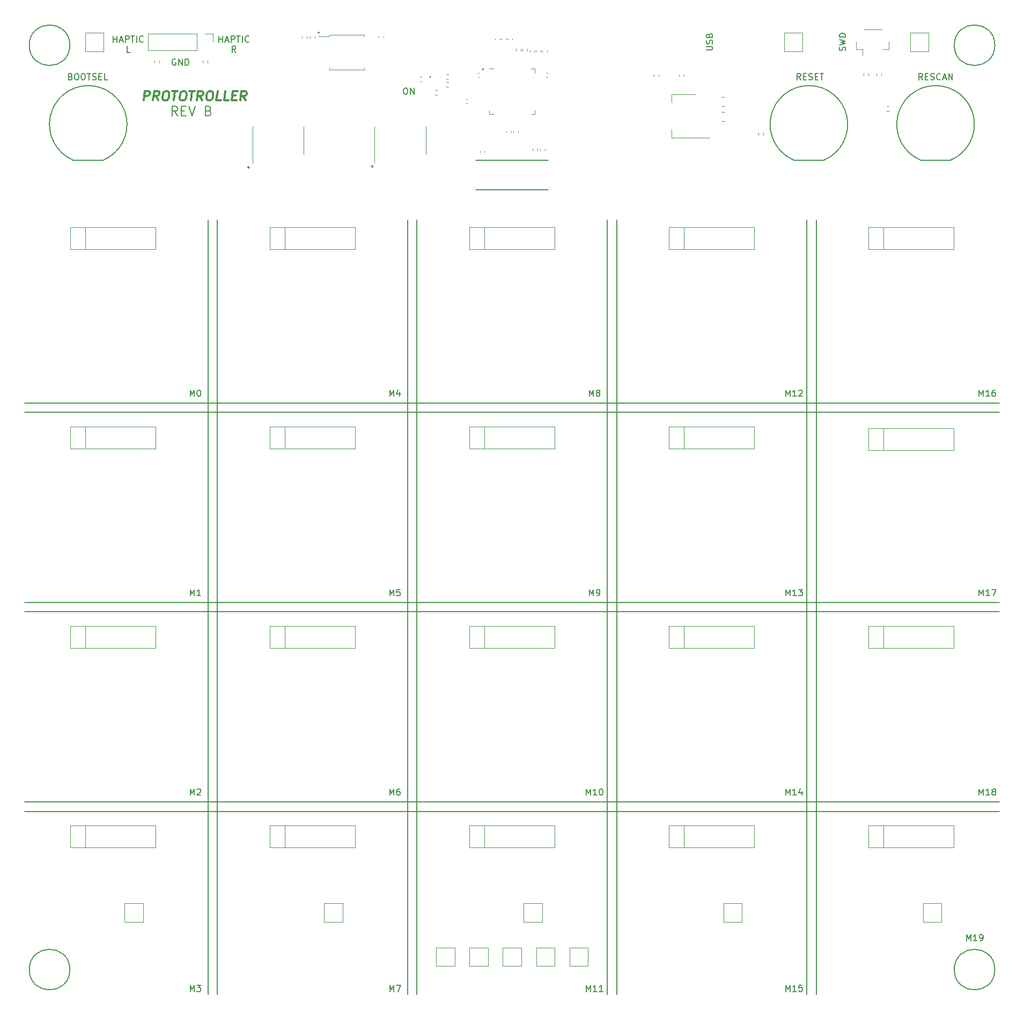
<source format=gbr>
%TF.GenerationSoftware,KiCad,Pcbnew,(6.0.10)*%
%TF.CreationDate,2023-03-03T22:29:42-05:00*%
%TF.ProjectId,master_board,6d617374-6572-45f6-926f-6172642e6b69,rev?*%
%TF.SameCoordinates,Original*%
%TF.FileFunction,Legend,Top*%
%TF.FilePolarity,Positive*%
%FSLAX46Y46*%
G04 Gerber Fmt 4.6, Leading zero omitted, Abs format (unit mm)*
G04 Created by KiCad (PCBNEW (6.0.10)) date 2023-03-03 22:29:42*
%MOMM*%
%LPD*%
G01*
G04 APERTURE LIST*
%ADD10C,0.150000*%
%ADD11C,0.200000*%
%ADD12C,0.300000*%
%ADD13C,0.050000*%
%ADD14C,0.120000*%
%ADD15C,0.127000*%
G04 APERTURE END LIST*
D10*
X80000000Y-50600000D02*
X80000000Y-172900000D01*
X141500000Y-50600000D02*
X141500000Y-172900000D01*
X171900000Y-81000000D02*
X18100000Y-81000000D01*
X171900000Y-111000000D02*
X18100000Y-111000000D01*
X143000000Y-50600000D02*
X143000000Y-172900000D01*
D11*
X25201562Y-23000000D02*
G75*
G03*
X25201562Y-23000000I-3201562J0D01*
G01*
D10*
X78500000Y-50600000D02*
X78500000Y-172900000D01*
D11*
X171200000Y-169000000D02*
G75*
G03*
X171200000Y-169000000I-3201562J0D01*
G01*
D10*
X171900000Y-79500000D02*
X18100000Y-79500000D01*
D11*
X25200000Y-169000000D02*
G75*
G03*
X25200000Y-169000000I-3201562J0D01*
G01*
D10*
X53558114Y-42300000D02*
G75*
G03*
X53558114Y-42300000I-158114J0D01*
G01*
X111500000Y-50600000D02*
X111500000Y-172900000D01*
X171900000Y-112500000D02*
X18100000Y-112500000D01*
D11*
X171200000Y-23000000D02*
G75*
G03*
X171200000Y-23000000I-3201562J0D01*
G01*
D10*
X73108114Y-42158113D02*
G75*
G03*
X73108114Y-42158113I-158114J0D01*
G01*
X171900000Y-142500000D02*
X18100000Y-142500000D01*
X47000000Y-50600000D02*
X47000000Y-172900000D01*
X90500000Y-26800000D02*
G75*
G03*
X90500000Y-26800000I-100000J0D01*
G01*
X171900000Y-144000000D02*
X18100000Y-144000000D01*
X64600000Y-21000000D02*
G75*
G03*
X64600000Y-21000000I-100000J0D01*
G01*
X48500000Y-50600000D02*
X48500000Y-172900000D01*
X110000000Y-50600000D02*
X110000000Y-172900000D01*
D12*
X36832276Y-31728571D02*
X37019776Y-30228571D01*
X37591205Y-30228571D01*
X37725133Y-30300000D01*
X37787633Y-30371428D01*
X37841205Y-30514285D01*
X37814419Y-30728571D01*
X37725133Y-30871428D01*
X37644776Y-30942857D01*
X37492991Y-31014285D01*
X36921562Y-31014285D01*
X39189419Y-31728571D02*
X38778705Y-31014285D01*
X38332276Y-31728571D02*
X38519776Y-30228571D01*
X39091205Y-30228571D01*
X39225133Y-30300000D01*
X39287633Y-30371428D01*
X39341205Y-30514285D01*
X39314419Y-30728571D01*
X39225133Y-30871428D01*
X39144776Y-30942857D01*
X38992991Y-31014285D01*
X38421562Y-31014285D01*
X40305491Y-30228571D02*
X40591205Y-30228571D01*
X40725133Y-30300000D01*
X40850133Y-30442857D01*
X40885848Y-30728571D01*
X40823348Y-31228571D01*
X40716205Y-31514285D01*
X40555491Y-31657142D01*
X40403705Y-31728571D01*
X40117991Y-31728571D01*
X39984062Y-31657142D01*
X39859062Y-31514285D01*
X39823348Y-31228571D01*
X39885848Y-30728571D01*
X39992991Y-30442857D01*
X40153705Y-30300000D01*
X40305491Y-30228571D01*
X41376919Y-30228571D02*
X42234062Y-30228571D01*
X41617991Y-31728571D02*
X41805491Y-30228571D01*
X43019776Y-30228571D02*
X43305491Y-30228571D01*
X43439419Y-30300000D01*
X43564419Y-30442857D01*
X43600133Y-30728571D01*
X43537633Y-31228571D01*
X43430491Y-31514285D01*
X43269776Y-31657142D01*
X43117991Y-31728571D01*
X42832276Y-31728571D01*
X42698348Y-31657142D01*
X42573348Y-31514285D01*
X42537633Y-31228571D01*
X42600133Y-30728571D01*
X42707276Y-30442857D01*
X42867991Y-30300000D01*
X43019776Y-30228571D01*
X44091205Y-30228571D02*
X44948348Y-30228571D01*
X44332276Y-31728571D02*
X44519776Y-30228571D01*
X46117991Y-31728571D02*
X45707276Y-31014285D01*
X45260848Y-31728571D02*
X45448348Y-30228571D01*
X46019776Y-30228571D01*
X46153705Y-30300000D01*
X46216205Y-30371428D01*
X46269776Y-30514285D01*
X46242991Y-30728571D01*
X46153705Y-30871428D01*
X46073348Y-30942857D01*
X45921562Y-31014285D01*
X45350133Y-31014285D01*
X47234062Y-30228571D02*
X47519776Y-30228571D01*
X47653705Y-30300000D01*
X47778705Y-30442857D01*
X47814419Y-30728571D01*
X47751919Y-31228571D01*
X47644776Y-31514285D01*
X47484062Y-31657142D01*
X47332276Y-31728571D01*
X47046562Y-31728571D01*
X46912633Y-31657142D01*
X46787633Y-31514285D01*
X46751919Y-31228571D01*
X46814419Y-30728571D01*
X46921562Y-30442857D01*
X47082276Y-30300000D01*
X47234062Y-30228571D01*
X49046562Y-31728571D02*
X48332276Y-31728571D01*
X48519776Y-30228571D01*
X50260848Y-31728571D02*
X49546562Y-31728571D01*
X49734062Y-30228571D01*
X50859062Y-30942857D02*
X51359062Y-30942857D01*
X51475133Y-31728571D02*
X50760848Y-31728571D01*
X50948348Y-30228571D01*
X51662633Y-30228571D01*
X52975133Y-31728571D02*
X52564419Y-31014285D01*
X52117991Y-31728571D02*
X52305491Y-30228571D01*
X52876919Y-30228571D01*
X53010848Y-30300000D01*
X53073348Y-30371428D01*
X53126919Y-30514285D01*
X53100133Y-30728571D01*
X53010848Y-30871428D01*
X52930491Y-30942857D01*
X52778705Y-31014285D01*
X52207276Y-31014285D01*
D11*
X32066666Y-22520816D02*
X32066666Y-21520816D01*
X32066666Y-21997007D02*
X32638095Y-21997007D01*
X32638095Y-22520816D02*
X32638095Y-21520816D01*
X33066666Y-22235102D02*
X33542857Y-22235102D01*
X32971428Y-22520816D02*
X33304761Y-21520816D01*
X33638095Y-22520816D01*
X33971428Y-22520816D02*
X33971428Y-21520816D01*
X34352380Y-21520816D01*
X34447619Y-21568436D01*
X34495238Y-21616055D01*
X34542857Y-21711293D01*
X34542857Y-21854150D01*
X34495238Y-21949388D01*
X34447619Y-21997007D01*
X34352380Y-22044626D01*
X33971428Y-22044626D01*
X34828571Y-21520816D02*
X35400000Y-21520816D01*
X35114285Y-22520816D02*
X35114285Y-21520816D01*
X35733333Y-22520816D02*
X35733333Y-21520816D01*
X36780952Y-22425578D02*
X36733333Y-22473197D01*
X36590476Y-22520816D01*
X36495238Y-22520816D01*
X36352380Y-22473197D01*
X36257142Y-22377959D01*
X36209523Y-22282721D01*
X36161904Y-22092245D01*
X36161904Y-21949388D01*
X36209523Y-21758912D01*
X36257142Y-21663674D01*
X36352380Y-21568436D01*
X36495238Y-21520816D01*
X36590476Y-21520816D01*
X36733333Y-21568436D01*
X36780952Y-21616055D01*
X34709523Y-24130816D02*
X34233333Y-24130816D01*
X34233333Y-23130816D01*
X48741666Y-22520816D02*
X48741666Y-21520816D01*
X48741666Y-21997007D02*
X49313095Y-21997007D01*
X49313095Y-22520816D02*
X49313095Y-21520816D01*
X49741666Y-22235102D02*
X50217857Y-22235102D01*
X49646428Y-22520816D02*
X49979761Y-21520816D01*
X50313095Y-22520816D01*
X50646428Y-22520816D02*
X50646428Y-21520816D01*
X51027380Y-21520816D01*
X51122619Y-21568436D01*
X51170238Y-21616055D01*
X51217857Y-21711293D01*
X51217857Y-21854150D01*
X51170238Y-21949388D01*
X51122619Y-21997007D01*
X51027380Y-22044626D01*
X50646428Y-22044626D01*
X51503571Y-21520816D02*
X52075000Y-21520816D01*
X51789285Y-22520816D02*
X51789285Y-21520816D01*
X52408333Y-22520816D02*
X52408333Y-21520816D01*
X53455952Y-22425578D02*
X53408333Y-22473197D01*
X53265476Y-22520816D01*
X53170238Y-22520816D01*
X53027380Y-22473197D01*
X52932142Y-22377959D01*
X52884523Y-22282721D01*
X52836904Y-22092245D01*
X52836904Y-21949388D01*
X52884523Y-21758912D01*
X52932142Y-21663674D01*
X53027380Y-21568436D01*
X53170238Y-21520816D01*
X53265476Y-21520816D01*
X53408333Y-21568436D01*
X53455952Y-21616055D01*
X51384523Y-24130816D02*
X51051190Y-23654626D01*
X50813095Y-24130816D02*
X50813095Y-23130816D01*
X51194047Y-23130816D01*
X51289285Y-23178436D01*
X51336904Y-23226055D01*
X51384523Y-23321293D01*
X51384523Y-23464150D01*
X51336904Y-23559388D01*
X51289285Y-23607007D01*
X51194047Y-23654626D01*
X50813095Y-23654626D01*
X159774854Y-28452380D02*
X159441521Y-27976190D01*
X159203425Y-28452380D02*
X159203425Y-27452380D01*
X159584378Y-27452380D01*
X159679616Y-27500000D01*
X159727235Y-27547619D01*
X159774854Y-27642857D01*
X159774854Y-27785714D01*
X159727235Y-27880952D01*
X159679616Y-27928571D01*
X159584378Y-27976190D01*
X159203425Y-27976190D01*
X160203425Y-27928571D02*
X160536759Y-27928571D01*
X160679616Y-28452380D02*
X160203425Y-28452380D01*
X160203425Y-27452380D01*
X160679616Y-27452380D01*
X161060568Y-28404761D02*
X161203425Y-28452380D01*
X161441521Y-28452380D01*
X161536759Y-28404761D01*
X161584378Y-28357142D01*
X161631997Y-28261904D01*
X161631997Y-28166666D01*
X161584378Y-28071428D01*
X161536759Y-28023809D01*
X161441521Y-27976190D01*
X161251044Y-27928571D01*
X161155806Y-27880952D01*
X161108187Y-27833333D01*
X161060568Y-27738095D01*
X161060568Y-27642857D01*
X161108187Y-27547619D01*
X161155806Y-27500000D01*
X161251044Y-27452380D01*
X161489140Y-27452380D01*
X161631997Y-27500000D01*
X162631997Y-28357142D02*
X162584378Y-28404761D01*
X162441521Y-28452380D01*
X162346283Y-28452380D01*
X162203425Y-28404761D01*
X162108187Y-28309523D01*
X162060568Y-28214285D01*
X162012949Y-28023809D01*
X162012949Y-27880952D01*
X162060568Y-27690476D01*
X162108187Y-27595238D01*
X162203425Y-27500000D01*
X162346283Y-27452380D01*
X162441521Y-27452380D01*
X162584378Y-27500000D01*
X162631997Y-27547619D01*
X163012949Y-28166666D02*
X163489140Y-28166666D01*
X162917711Y-28452380D02*
X163251044Y-27452380D01*
X163584378Y-28452380D01*
X163917711Y-28452380D02*
X163917711Y-27452380D01*
X164489140Y-28452380D01*
X164489140Y-27452380D01*
X125652380Y-23761904D02*
X126461904Y-23761904D01*
X126557142Y-23714285D01*
X126604761Y-23666666D01*
X126652380Y-23571428D01*
X126652380Y-23380952D01*
X126604761Y-23285714D01*
X126557142Y-23238095D01*
X126461904Y-23190476D01*
X125652380Y-23190476D01*
X126604761Y-22761904D02*
X126652380Y-22619047D01*
X126652380Y-22380952D01*
X126604761Y-22285714D01*
X126557142Y-22238095D01*
X126461904Y-22190476D01*
X126366666Y-22190476D01*
X126271428Y-22238095D01*
X126223809Y-22285714D01*
X126176190Y-22380952D01*
X126128571Y-22571428D01*
X126080952Y-22666666D01*
X126033333Y-22714285D01*
X125938095Y-22761904D01*
X125842857Y-22761904D01*
X125747619Y-22714285D01*
X125700000Y-22666666D01*
X125652380Y-22571428D01*
X125652380Y-22333333D01*
X125700000Y-22190476D01*
X126128571Y-21428571D02*
X126176190Y-21285714D01*
X126223809Y-21238095D01*
X126319047Y-21190476D01*
X126461904Y-21190476D01*
X126557142Y-21238095D01*
X126604761Y-21285714D01*
X126652380Y-21380952D01*
X126652380Y-21761904D01*
X125652380Y-21761904D01*
X125652380Y-21428571D01*
X125700000Y-21333333D01*
X125747619Y-21285714D01*
X125842857Y-21238095D01*
X125938095Y-21238095D01*
X126033333Y-21285714D01*
X126080952Y-21333333D01*
X126128571Y-21428571D01*
X126128571Y-21761904D01*
X41888095Y-25200000D02*
X41792857Y-25152380D01*
X41650000Y-25152380D01*
X41507142Y-25200000D01*
X41411904Y-25295238D01*
X41364285Y-25390476D01*
X41316666Y-25580952D01*
X41316666Y-25723809D01*
X41364285Y-25914285D01*
X41411904Y-26009523D01*
X41507142Y-26104761D01*
X41650000Y-26152380D01*
X41745238Y-26152380D01*
X41888095Y-26104761D01*
X41935714Y-26057142D01*
X41935714Y-25723809D01*
X41745238Y-25723809D01*
X42364285Y-26152380D02*
X42364285Y-25152380D01*
X42935714Y-26152380D01*
X42935714Y-25152380D01*
X43411904Y-26152380D02*
X43411904Y-25152380D01*
X43650000Y-25152380D01*
X43792857Y-25200000D01*
X43888095Y-25295238D01*
X43935714Y-25390476D01*
X43983333Y-25580952D01*
X43983333Y-25723809D01*
X43935714Y-25914285D01*
X43888095Y-26009523D01*
X43792857Y-26104761D01*
X43650000Y-26152380D01*
X43411904Y-26152380D01*
X25309523Y-27928571D02*
X25452380Y-27976190D01*
X25500000Y-28023809D01*
X25547619Y-28119047D01*
X25547619Y-28261904D01*
X25500000Y-28357142D01*
X25452380Y-28404761D01*
X25357142Y-28452380D01*
X24976190Y-28452380D01*
X24976190Y-27452380D01*
X25309523Y-27452380D01*
X25404761Y-27500000D01*
X25452380Y-27547619D01*
X25500000Y-27642857D01*
X25500000Y-27738095D01*
X25452380Y-27833333D01*
X25404761Y-27880952D01*
X25309523Y-27928571D01*
X24976190Y-27928571D01*
X26166666Y-27452380D02*
X26357142Y-27452380D01*
X26452380Y-27500000D01*
X26547619Y-27595238D01*
X26595238Y-27785714D01*
X26595238Y-28119047D01*
X26547619Y-28309523D01*
X26452380Y-28404761D01*
X26357142Y-28452380D01*
X26166666Y-28452380D01*
X26071428Y-28404761D01*
X25976190Y-28309523D01*
X25928571Y-28119047D01*
X25928571Y-27785714D01*
X25976190Y-27595238D01*
X26071428Y-27500000D01*
X26166666Y-27452380D01*
X27214285Y-27452380D02*
X27404761Y-27452380D01*
X27500000Y-27500000D01*
X27595238Y-27595238D01*
X27642857Y-27785714D01*
X27642857Y-28119047D01*
X27595238Y-28309523D01*
X27500000Y-28404761D01*
X27404761Y-28452380D01*
X27214285Y-28452380D01*
X27119047Y-28404761D01*
X27023809Y-28309523D01*
X26976190Y-28119047D01*
X26976190Y-27785714D01*
X27023809Y-27595238D01*
X27119047Y-27500000D01*
X27214285Y-27452380D01*
X27928571Y-27452380D02*
X28500000Y-27452380D01*
X28214285Y-28452380D02*
X28214285Y-27452380D01*
X28785714Y-28404761D02*
X28928571Y-28452380D01*
X29166666Y-28452380D01*
X29261904Y-28404761D01*
X29309523Y-28357142D01*
X29357142Y-28261904D01*
X29357142Y-28166666D01*
X29309523Y-28071428D01*
X29261904Y-28023809D01*
X29166666Y-27976190D01*
X28976190Y-27928571D01*
X28880952Y-27880952D01*
X28833333Y-27833333D01*
X28785714Y-27738095D01*
X28785714Y-27642857D01*
X28833333Y-27547619D01*
X28880952Y-27500000D01*
X28976190Y-27452380D01*
X29214285Y-27452380D01*
X29357142Y-27500000D01*
X29785714Y-27928571D02*
X30119047Y-27928571D01*
X30261904Y-28452380D02*
X29785714Y-28452380D01*
X29785714Y-27452380D01*
X30261904Y-27452380D01*
X31166666Y-28452380D02*
X30690476Y-28452380D01*
X30690476Y-27452380D01*
X140547619Y-28452380D02*
X140214285Y-27976190D01*
X139976190Y-28452380D02*
X139976190Y-27452380D01*
X140357142Y-27452380D01*
X140452380Y-27500000D01*
X140500000Y-27547619D01*
X140547619Y-27642857D01*
X140547619Y-27785714D01*
X140500000Y-27880952D01*
X140452380Y-27928571D01*
X140357142Y-27976190D01*
X139976190Y-27976190D01*
X140976190Y-27928571D02*
X141309523Y-27928571D01*
X141452380Y-28452380D02*
X140976190Y-28452380D01*
X140976190Y-27452380D01*
X141452380Y-27452380D01*
X141833333Y-28404761D02*
X141976190Y-28452380D01*
X142214285Y-28452380D01*
X142309523Y-28404761D01*
X142357142Y-28357142D01*
X142404761Y-28261904D01*
X142404761Y-28166666D01*
X142357142Y-28071428D01*
X142309523Y-28023809D01*
X142214285Y-27976190D01*
X142023809Y-27928571D01*
X141928571Y-27880952D01*
X141880952Y-27833333D01*
X141833333Y-27738095D01*
X141833333Y-27642857D01*
X141880952Y-27547619D01*
X141928571Y-27500000D01*
X142023809Y-27452380D01*
X142261904Y-27452380D01*
X142404761Y-27500000D01*
X142833333Y-27928571D02*
X143166666Y-27928571D01*
X143309523Y-28452380D02*
X142833333Y-28452380D01*
X142833333Y-27452380D01*
X143309523Y-27452380D01*
X143595238Y-27452380D02*
X144166666Y-27452380D01*
X143880952Y-28452380D02*
X143880952Y-27452380D01*
X78080952Y-29752380D02*
X78271428Y-29752380D01*
X78366666Y-29800000D01*
X78461904Y-29895238D01*
X78509523Y-30085714D01*
X78509523Y-30419047D01*
X78461904Y-30609523D01*
X78366666Y-30704761D01*
X78271428Y-30752380D01*
X78080952Y-30752380D01*
X77985714Y-30704761D01*
X77890476Y-30609523D01*
X77842857Y-30419047D01*
X77842857Y-30085714D01*
X77890476Y-29895238D01*
X77985714Y-29800000D01*
X78080952Y-29752380D01*
X78938095Y-30752380D02*
X78938095Y-29752380D01*
X79509523Y-30752380D01*
X79509523Y-29752380D01*
X42181428Y-34128571D02*
X41681428Y-33414285D01*
X41324285Y-34128571D02*
X41324285Y-32628571D01*
X41895714Y-32628571D01*
X42038571Y-32700000D01*
X42110000Y-32771428D01*
X42181428Y-32914285D01*
X42181428Y-33128571D01*
X42110000Y-33271428D01*
X42038571Y-33342857D01*
X41895714Y-33414285D01*
X41324285Y-33414285D01*
X42824285Y-33342857D02*
X43324285Y-33342857D01*
X43538571Y-34128571D02*
X42824285Y-34128571D01*
X42824285Y-32628571D01*
X43538571Y-32628571D01*
X43967142Y-32628571D02*
X44467142Y-34128571D01*
X44967142Y-32628571D01*
X47110000Y-33342857D02*
X47324285Y-33414285D01*
X47395714Y-33485714D01*
X47467142Y-33628571D01*
X47467142Y-33842857D01*
X47395714Y-33985714D01*
X47324285Y-34057142D01*
X47181428Y-34128571D01*
X46610000Y-34128571D01*
X46610000Y-32628571D01*
X47110000Y-32628571D01*
X47252857Y-32700000D01*
X47324285Y-32771428D01*
X47395714Y-32914285D01*
X47395714Y-33057142D01*
X47324285Y-33200000D01*
X47252857Y-33271428D01*
X47110000Y-33342857D01*
X46610000Y-33342857D01*
X147604761Y-23857142D02*
X147652380Y-23714285D01*
X147652380Y-23476190D01*
X147604761Y-23380952D01*
X147557142Y-23333333D01*
X147461904Y-23285714D01*
X147366666Y-23285714D01*
X147271428Y-23333333D01*
X147223809Y-23380952D01*
X147176190Y-23476190D01*
X147128571Y-23666666D01*
X147080952Y-23761904D01*
X147033333Y-23809523D01*
X146938095Y-23857142D01*
X146842857Y-23857142D01*
X146747619Y-23809523D01*
X146700000Y-23761904D01*
X146652380Y-23666666D01*
X146652380Y-23428571D01*
X146700000Y-23285714D01*
X146652380Y-22952380D02*
X147652380Y-22714285D01*
X146938095Y-22523809D01*
X147652380Y-22333333D01*
X146652380Y-22095238D01*
X147652380Y-21714285D02*
X146652380Y-21714285D01*
X146652380Y-21476190D01*
X146700000Y-21333333D01*
X146795238Y-21238095D01*
X146890476Y-21190476D01*
X147080952Y-21142857D01*
X147223809Y-21142857D01*
X147414285Y-21190476D01*
X147509523Y-21238095D01*
X147604761Y-21333333D01*
X147652380Y-21476190D01*
X147652380Y-21714285D01*
%TO.C,M6*%
X75690476Y-141452380D02*
X75690476Y-140452380D01*
X76023809Y-141166666D01*
X76357142Y-140452380D01*
X76357142Y-141452380D01*
X77261904Y-140452380D02*
X77071428Y-140452380D01*
X76976190Y-140500000D01*
X76928571Y-140547619D01*
X76833333Y-140690476D01*
X76785714Y-140880952D01*
X76785714Y-141261904D01*
X76833333Y-141357142D01*
X76880952Y-141404761D01*
X76976190Y-141452380D01*
X77166666Y-141452380D01*
X77261904Y-141404761D01*
X77309523Y-141357142D01*
X77357142Y-141261904D01*
X77357142Y-141023809D01*
X77309523Y-140928571D01*
X77261904Y-140880952D01*
X77166666Y-140833333D01*
X76976190Y-140833333D01*
X76880952Y-140880952D01*
X76833333Y-140928571D01*
X76785714Y-141023809D01*
%TO.C,M18*%
X168714285Y-141452380D02*
X168714285Y-140452380D01*
X169047619Y-141166666D01*
X169380952Y-140452380D01*
X169380952Y-141452380D01*
X170380952Y-141452380D02*
X169809523Y-141452380D01*
X170095238Y-141452380D02*
X170095238Y-140452380D01*
X170000000Y-140595238D01*
X169904761Y-140690476D01*
X169809523Y-140738095D01*
X170952380Y-140880952D02*
X170857142Y-140833333D01*
X170809523Y-140785714D01*
X170761904Y-140690476D01*
X170761904Y-140642857D01*
X170809523Y-140547619D01*
X170857142Y-140500000D01*
X170952380Y-140452380D01*
X171142857Y-140452380D01*
X171238095Y-140500000D01*
X171285714Y-140547619D01*
X171333333Y-140642857D01*
X171333333Y-140690476D01*
X171285714Y-140785714D01*
X171238095Y-140833333D01*
X171142857Y-140880952D01*
X170952380Y-140880952D01*
X170857142Y-140928571D01*
X170809523Y-140976190D01*
X170761904Y-141071428D01*
X170761904Y-141261904D01*
X170809523Y-141357142D01*
X170857142Y-141404761D01*
X170952380Y-141452380D01*
X171142857Y-141452380D01*
X171238095Y-141404761D01*
X171285714Y-141357142D01*
X171333333Y-141261904D01*
X171333333Y-141071428D01*
X171285714Y-140976190D01*
X171238095Y-140928571D01*
X171142857Y-140880952D01*
%TO.C,M7*%
X75690476Y-172452380D02*
X75690476Y-171452380D01*
X76023809Y-172166666D01*
X76357142Y-171452380D01*
X76357142Y-172452380D01*
X76738095Y-171452380D02*
X77404761Y-171452380D01*
X76976190Y-172452380D01*
%TO.C,M9*%
X107190476Y-109952380D02*
X107190476Y-108952380D01*
X107523809Y-109666666D01*
X107857142Y-108952380D01*
X107857142Y-109952380D01*
X108380952Y-109952380D02*
X108571428Y-109952380D01*
X108666666Y-109904761D01*
X108714285Y-109857142D01*
X108809523Y-109714285D01*
X108857142Y-109523809D01*
X108857142Y-109142857D01*
X108809523Y-109047619D01*
X108761904Y-109000000D01*
X108666666Y-108952380D01*
X108476190Y-108952380D01*
X108380952Y-109000000D01*
X108333333Y-109047619D01*
X108285714Y-109142857D01*
X108285714Y-109380952D01*
X108333333Y-109476190D01*
X108380952Y-109523809D01*
X108476190Y-109571428D01*
X108666666Y-109571428D01*
X108761904Y-109523809D01*
X108809523Y-109476190D01*
X108857142Y-109380952D01*
%TO.C,M5*%
X75690476Y-109952380D02*
X75690476Y-108952380D01*
X76023809Y-109666666D01*
X76357142Y-108952380D01*
X76357142Y-109952380D01*
X77309523Y-108952380D02*
X76833333Y-108952380D01*
X76785714Y-109428571D01*
X76833333Y-109380952D01*
X76928571Y-109333333D01*
X77166666Y-109333333D01*
X77261904Y-109380952D01*
X77309523Y-109428571D01*
X77357142Y-109523809D01*
X77357142Y-109761904D01*
X77309523Y-109857142D01*
X77261904Y-109904761D01*
X77166666Y-109952380D01*
X76928571Y-109952380D01*
X76833333Y-109904761D01*
X76785714Y-109857142D01*
%TO.C,M0*%
X44190476Y-78452380D02*
X44190476Y-77452380D01*
X44523809Y-78166666D01*
X44857142Y-77452380D01*
X44857142Y-78452380D01*
X45523809Y-77452380D02*
X45619047Y-77452380D01*
X45714285Y-77500000D01*
X45761904Y-77547619D01*
X45809523Y-77642857D01*
X45857142Y-77833333D01*
X45857142Y-78071428D01*
X45809523Y-78261904D01*
X45761904Y-78357142D01*
X45714285Y-78404761D01*
X45619047Y-78452380D01*
X45523809Y-78452380D01*
X45428571Y-78404761D01*
X45380952Y-78357142D01*
X45333333Y-78261904D01*
X45285714Y-78071428D01*
X45285714Y-77833333D01*
X45333333Y-77642857D01*
X45380952Y-77547619D01*
X45428571Y-77500000D01*
X45523809Y-77452380D01*
%TO.C,M4*%
X75690476Y-78452380D02*
X75690476Y-77452380D01*
X76023809Y-78166666D01*
X76357142Y-77452380D01*
X76357142Y-78452380D01*
X77261904Y-77785714D02*
X77261904Y-78452380D01*
X77023809Y-77404761D02*
X76785714Y-78119047D01*
X77404761Y-78119047D01*
%TO.C,M2*%
X44190476Y-141452380D02*
X44190476Y-140452380D01*
X44523809Y-141166666D01*
X44857142Y-140452380D01*
X44857142Y-141452380D01*
X45285714Y-140547619D02*
X45333333Y-140500000D01*
X45428571Y-140452380D01*
X45666666Y-140452380D01*
X45761904Y-140500000D01*
X45809523Y-140547619D01*
X45857142Y-140642857D01*
X45857142Y-140738095D01*
X45809523Y-140880952D01*
X45238095Y-141452380D01*
X45857142Y-141452380D01*
%TO.C,M17*%
X168714285Y-109952380D02*
X168714285Y-108952380D01*
X169047619Y-109666666D01*
X169380952Y-108952380D01*
X169380952Y-109952380D01*
X170380952Y-109952380D02*
X169809523Y-109952380D01*
X170095238Y-109952380D02*
X170095238Y-108952380D01*
X170000000Y-109095238D01*
X169904761Y-109190476D01*
X169809523Y-109238095D01*
X170714285Y-108952380D02*
X171380952Y-108952380D01*
X170952380Y-109952380D01*
%TO.C,M3*%
X44190476Y-172452380D02*
X44190476Y-171452380D01*
X44523809Y-172166666D01*
X44857142Y-171452380D01*
X44857142Y-172452380D01*
X45238095Y-171452380D02*
X45857142Y-171452380D01*
X45523809Y-171833333D01*
X45666666Y-171833333D01*
X45761904Y-171880952D01*
X45809523Y-171928571D01*
X45857142Y-172023809D01*
X45857142Y-172261904D01*
X45809523Y-172357142D01*
X45761904Y-172404761D01*
X45666666Y-172452380D01*
X45380952Y-172452380D01*
X45285714Y-172404761D01*
X45238095Y-172357142D01*
%TO.C,M16*%
X168714285Y-78452380D02*
X168714285Y-77452380D01*
X169047619Y-78166666D01*
X169380952Y-77452380D01*
X169380952Y-78452380D01*
X170380952Y-78452380D02*
X169809523Y-78452380D01*
X170095238Y-78452380D02*
X170095238Y-77452380D01*
X170000000Y-77595238D01*
X169904761Y-77690476D01*
X169809523Y-77738095D01*
X171238095Y-77452380D02*
X171047619Y-77452380D01*
X170952380Y-77500000D01*
X170904761Y-77547619D01*
X170809523Y-77690476D01*
X170761904Y-77880952D01*
X170761904Y-78261904D01*
X170809523Y-78357142D01*
X170857142Y-78404761D01*
X170952380Y-78452380D01*
X171142857Y-78452380D01*
X171238095Y-78404761D01*
X171285714Y-78357142D01*
X171333333Y-78261904D01*
X171333333Y-78023809D01*
X171285714Y-77928571D01*
X171238095Y-77880952D01*
X171142857Y-77833333D01*
X170952380Y-77833333D01*
X170857142Y-77880952D01*
X170809523Y-77928571D01*
X170761904Y-78023809D01*
%TO.C,M15*%
X138214285Y-172452380D02*
X138214285Y-171452380D01*
X138547619Y-172166666D01*
X138880952Y-171452380D01*
X138880952Y-172452380D01*
X139880952Y-172452380D02*
X139309523Y-172452380D01*
X139595238Y-172452380D02*
X139595238Y-171452380D01*
X139500000Y-171595238D01*
X139404761Y-171690476D01*
X139309523Y-171738095D01*
X140785714Y-171452380D02*
X140309523Y-171452380D01*
X140261904Y-171928571D01*
X140309523Y-171880952D01*
X140404761Y-171833333D01*
X140642857Y-171833333D01*
X140738095Y-171880952D01*
X140785714Y-171928571D01*
X140833333Y-172023809D01*
X140833333Y-172261904D01*
X140785714Y-172357142D01*
X140738095Y-172404761D01*
X140642857Y-172452380D01*
X140404761Y-172452380D01*
X140309523Y-172404761D01*
X140261904Y-172357142D01*
D13*
%TO.C,D1*%
X82036428Y-27892380D02*
X82203095Y-27892380D01*
X81941190Y-27951904D02*
X82119761Y-28011428D01*
X82119761Y-27856666D01*
D11*
%TO.C,M12*%
X138214285Y-78452380D02*
X138214285Y-77452380D01*
X138547619Y-78166666D01*
X138880952Y-77452380D01*
X138880952Y-78452380D01*
X139880952Y-78452380D02*
X139309523Y-78452380D01*
X139595238Y-78452380D02*
X139595238Y-77452380D01*
X139500000Y-77595238D01*
X139404761Y-77690476D01*
X139309523Y-77738095D01*
X140261904Y-77547619D02*
X140309523Y-77500000D01*
X140404761Y-77452380D01*
X140642857Y-77452380D01*
X140738095Y-77500000D01*
X140785714Y-77547619D01*
X140833333Y-77642857D01*
X140833333Y-77738095D01*
X140785714Y-77880952D01*
X140214285Y-78452380D01*
X140833333Y-78452380D01*
%TO.C,M10*%
X106714285Y-141452380D02*
X106714285Y-140452380D01*
X107047619Y-141166666D01*
X107380952Y-140452380D01*
X107380952Y-141452380D01*
X108380952Y-141452380D02*
X107809523Y-141452380D01*
X108095238Y-141452380D02*
X108095238Y-140452380D01*
X108000000Y-140595238D01*
X107904761Y-140690476D01*
X107809523Y-140738095D01*
X109000000Y-140452380D02*
X109095238Y-140452380D01*
X109190476Y-140500000D01*
X109238095Y-140547619D01*
X109285714Y-140642857D01*
X109333333Y-140833333D01*
X109333333Y-141071428D01*
X109285714Y-141261904D01*
X109238095Y-141357142D01*
X109190476Y-141404761D01*
X109095238Y-141452380D01*
X109000000Y-141452380D01*
X108904761Y-141404761D01*
X108857142Y-141357142D01*
X108809523Y-141261904D01*
X108761904Y-141071428D01*
X108761904Y-140833333D01*
X108809523Y-140642857D01*
X108857142Y-140547619D01*
X108904761Y-140500000D01*
X109000000Y-140452380D01*
%TO.C,M14*%
X138214285Y-141452380D02*
X138214285Y-140452380D01*
X138547619Y-141166666D01*
X138880952Y-140452380D01*
X138880952Y-141452380D01*
X139880952Y-141452380D02*
X139309523Y-141452380D01*
X139595238Y-141452380D02*
X139595238Y-140452380D01*
X139500000Y-140595238D01*
X139404761Y-140690476D01*
X139309523Y-140738095D01*
X140738095Y-140785714D02*
X140738095Y-141452380D01*
X140500000Y-140404761D02*
X140261904Y-141119047D01*
X140880952Y-141119047D01*
%TO.C,M11*%
X106714285Y-172452380D02*
X106714285Y-171452380D01*
X107047619Y-172166666D01*
X107380952Y-171452380D01*
X107380952Y-172452380D01*
X108380952Y-172452380D02*
X107809523Y-172452380D01*
X108095238Y-172452380D02*
X108095238Y-171452380D01*
X108000000Y-171595238D01*
X107904761Y-171690476D01*
X107809523Y-171738095D01*
X109333333Y-172452380D02*
X108761904Y-172452380D01*
X109047619Y-172452380D02*
X109047619Y-171452380D01*
X108952380Y-171595238D01*
X108857142Y-171690476D01*
X108761904Y-171738095D01*
%TO.C,M19*%
X166714285Y-164452380D02*
X166714285Y-163452380D01*
X167047619Y-164166666D01*
X167380952Y-163452380D01*
X167380952Y-164452380D01*
X168380952Y-164452380D02*
X167809523Y-164452380D01*
X168095238Y-164452380D02*
X168095238Y-163452380D01*
X168000000Y-163595238D01*
X167904761Y-163690476D01*
X167809523Y-163738095D01*
X168857142Y-164452380D02*
X169047619Y-164452380D01*
X169142857Y-164404761D01*
X169190476Y-164357142D01*
X169285714Y-164214285D01*
X169333333Y-164023809D01*
X169333333Y-163642857D01*
X169285714Y-163547619D01*
X169238095Y-163500000D01*
X169142857Y-163452380D01*
X168952380Y-163452380D01*
X168857142Y-163500000D01*
X168809523Y-163547619D01*
X168761904Y-163642857D01*
X168761904Y-163880952D01*
X168809523Y-163976190D01*
X168857142Y-164023809D01*
X168952380Y-164071428D01*
X169142857Y-164071428D01*
X169238095Y-164023809D01*
X169285714Y-163976190D01*
X169333333Y-163880952D01*
%TO.C,M8*%
X107190476Y-78452380D02*
X107190476Y-77452380D01*
X107523809Y-78166666D01*
X107857142Y-77452380D01*
X107857142Y-78452380D01*
X108476190Y-77880952D02*
X108380952Y-77833333D01*
X108333333Y-77785714D01*
X108285714Y-77690476D01*
X108285714Y-77642857D01*
X108333333Y-77547619D01*
X108380952Y-77500000D01*
X108476190Y-77452380D01*
X108666666Y-77452380D01*
X108761904Y-77500000D01*
X108809523Y-77547619D01*
X108857142Y-77642857D01*
X108857142Y-77690476D01*
X108809523Y-77785714D01*
X108761904Y-77833333D01*
X108666666Y-77880952D01*
X108476190Y-77880952D01*
X108380952Y-77928571D01*
X108333333Y-77976190D01*
X108285714Y-78071428D01*
X108285714Y-78261904D01*
X108333333Y-78357142D01*
X108380952Y-78404761D01*
X108476190Y-78452380D01*
X108666666Y-78452380D01*
X108761904Y-78404761D01*
X108809523Y-78357142D01*
X108857142Y-78261904D01*
X108857142Y-78071428D01*
X108809523Y-77976190D01*
X108761904Y-77928571D01*
X108666666Y-77880952D01*
%TO.C,M13*%
X138214285Y-109952380D02*
X138214285Y-108952380D01*
X138547619Y-109666666D01*
X138880952Y-108952380D01*
X138880952Y-109952380D01*
X139880952Y-109952380D02*
X139309523Y-109952380D01*
X139595238Y-109952380D02*
X139595238Y-108952380D01*
X139500000Y-109095238D01*
X139404761Y-109190476D01*
X139309523Y-109238095D01*
X140214285Y-108952380D02*
X140833333Y-108952380D01*
X140500000Y-109333333D01*
X140642857Y-109333333D01*
X140738095Y-109380952D01*
X140785714Y-109428571D01*
X140833333Y-109523809D01*
X140833333Y-109761904D01*
X140785714Y-109857142D01*
X140738095Y-109904761D01*
X140642857Y-109952380D01*
X140357142Y-109952380D01*
X140261904Y-109904761D01*
X140214285Y-109857142D01*
%TO.C,M1*%
X44190476Y-109952380D02*
X44190476Y-108952380D01*
X44523809Y-109666666D01*
X44857142Y-108952380D01*
X44857142Y-109952380D01*
X45857142Y-109952380D02*
X45285714Y-109952380D01*
X45571428Y-109952380D02*
X45571428Y-108952380D01*
X45476190Y-109095238D01*
X45380952Y-109190476D01*
X45285714Y-109238095D01*
D14*
%TO.C,R15*%
X39280000Y-25753641D02*
X39280000Y-25446359D01*
X38520000Y-25753641D02*
X38520000Y-25446359D01*
%TO.C,TP7*%
X101700000Y-168450000D02*
X98800000Y-168450000D01*
X98800000Y-168450000D02*
X98800000Y-165550000D01*
X101700000Y-165550000D02*
X101700000Y-168450000D01*
X98800000Y-165550000D02*
X101700000Y-165550000D01*
%TO.C,R13*%
X98220000Y-39653641D02*
X98220000Y-39346359D01*
X98980000Y-39653641D02*
X98980000Y-39346359D01*
%TO.C,C7*%
X98794913Y-24060863D02*
X98794913Y-23845191D01*
X99514913Y-24060863D02*
X99514913Y-23845191D01*
%TO.C,M6*%
X70250000Y-118250000D02*
X56750000Y-118250000D01*
X56750000Y-118250000D02*
X56750000Y-114750000D01*
X70250000Y-114750000D02*
X70250000Y-118250000D01*
X56750000Y-114750000D02*
X70250000Y-114750000D01*
X59100000Y-114750000D02*
X59100000Y-118250000D01*
%TO.C,C12*%
X89940000Y-39692164D02*
X89940000Y-39907836D01*
X90660000Y-39692164D02*
X90660000Y-39907836D01*
%TO.C,C9*%
X100392164Y-27340000D02*
X100607836Y-27340000D01*
X100392164Y-28060000D02*
X100607836Y-28060000D01*
%TO.C,TP2*%
X137950000Y-21050000D02*
X140850000Y-21050000D01*
X140850000Y-23950000D02*
X137950000Y-23950000D01*
X140850000Y-21050000D02*
X140850000Y-23950000D01*
X137950000Y-23950000D02*
X137950000Y-21050000D01*
%TO.C,R2*%
X84953641Y-28820000D02*
X84646359Y-28820000D01*
X84953641Y-29580000D02*
X84646359Y-29580000D01*
%TO.C,M18*%
X164750000Y-118250000D02*
X151250000Y-118250000D01*
X153600000Y-114750000D02*
X153600000Y-118250000D01*
X151250000Y-118250000D02*
X151250000Y-114750000D01*
X151250000Y-114750000D02*
X164750000Y-114750000D01*
X164750000Y-114750000D02*
X164750000Y-118250000D01*
%TO.C,R14*%
X63120000Y-21893641D02*
X63120000Y-21586359D01*
X63880000Y-21893641D02*
X63880000Y-21586359D01*
%TO.C,U2*%
X92040000Y-26690000D02*
X91390000Y-26690000D01*
X92040000Y-33910000D02*
X91390000Y-33910000D01*
X91390000Y-33910000D02*
X91390000Y-33260000D01*
X98610000Y-33910000D02*
X98610000Y-33260000D01*
X97960000Y-26690000D02*
X98610000Y-26690000D01*
X97960000Y-33910000D02*
X98610000Y-33910000D01*
X98610000Y-26690000D02*
X98610000Y-27340000D01*
%TO.C,M7*%
X56750000Y-146250000D02*
X70250000Y-146250000D01*
X56750000Y-149750000D02*
X56750000Y-146250000D01*
X59100000Y-146250000D02*
X59100000Y-149750000D01*
X70250000Y-149750000D02*
X56750000Y-149750000D01*
X70250000Y-146250000D02*
X70250000Y-149750000D01*
%TO.C,C2*%
X128586252Y-34985000D02*
X128063748Y-34985000D01*
X128586252Y-33515000D02*
X128063748Y-33515000D01*
%TO.C,R1*%
X84953641Y-28380000D02*
X84646359Y-28380000D01*
X84953641Y-27620000D02*
X84646359Y-27620000D01*
%TO.C,R6*%
X122130000Y-27596359D02*
X122130000Y-27903641D01*
X121370000Y-27596359D02*
X121370000Y-27903641D01*
%TO.C,C13*%
X100160000Y-39392164D02*
X100160000Y-39607836D01*
X99440000Y-39392164D02*
X99440000Y-39607836D01*
%TO.C,R10*%
X97380000Y-23596359D02*
X97380000Y-23903641D01*
X96620000Y-23596359D02*
X96620000Y-23903641D01*
%TO.C,M9*%
X101750000Y-83250000D02*
X101750000Y-86750000D01*
X90600000Y-83250000D02*
X90600000Y-86750000D01*
X101750000Y-86750000D02*
X88250000Y-86750000D01*
X88250000Y-83250000D02*
X101750000Y-83250000D01*
X88250000Y-86750000D02*
X88250000Y-83250000D01*
D10*
%TO.C,SW1*%
X164240000Y-41140000D02*
X159460000Y-41140000D01*
X164246843Y-41137095D02*
G75*
G03*
X159460000Y-41140000I-2396843J5637095D01*
G01*
D14*
%TO.C,C6*%
X98514913Y-24060863D02*
X98514913Y-23845191D01*
X97794913Y-24060863D02*
X97794913Y-23845191D01*
%TO.C,R4*%
X153280000Y-27446359D02*
X153280000Y-27753641D01*
X152520000Y-27446359D02*
X152520000Y-27753641D01*
%TO.C,M5*%
X56750000Y-83250000D02*
X70250000Y-83250000D01*
X70250000Y-86750000D02*
X56750000Y-86750000D01*
X59100000Y-83250000D02*
X59100000Y-86750000D01*
X56750000Y-86750000D02*
X56750000Y-83250000D01*
X70250000Y-83250000D02*
X70250000Y-86750000D01*
%TO.C,M0*%
X38750000Y-51750000D02*
X38750000Y-55250000D01*
X25250000Y-55250000D02*
X25250000Y-51750000D01*
X25250000Y-51750000D02*
X38750000Y-51750000D01*
X38750000Y-55250000D02*
X25250000Y-55250000D01*
X27600000Y-51750000D02*
X27600000Y-55250000D01*
%TO.C,M4*%
X56750000Y-51750000D02*
X70250000Y-51750000D01*
X56750000Y-55250000D02*
X56750000Y-51750000D01*
X59100000Y-51750000D02*
X59100000Y-55250000D01*
X70250000Y-55250000D02*
X56750000Y-55250000D01*
X70250000Y-51750000D02*
X70250000Y-55250000D01*
%TO.C,R3*%
X83153641Y-30120000D02*
X82846359Y-30120000D01*
X83153641Y-30880000D02*
X82846359Y-30880000D01*
%TO.C,C8*%
X100514913Y-24054605D02*
X100514913Y-23838933D01*
X99794913Y-24054605D02*
X99794913Y-23838933D01*
%TO.C,TP4*%
X83050000Y-165550000D02*
X85950000Y-165550000D01*
X83050000Y-168450000D02*
X83050000Y-165550000D01*
X85950000Y-168450000D02*
X83050000Y-168450000D01*
X85950000Y-165550000D02*
X85950000Y-168450000D01*
%TO.C,C16*%
X95072859Y-22149309D02*
X95072859Y-21933637D01*
X94352859Y-22149309D02*
X94352859Y-21933637D01*
%TO.C,C1*%
X128063748Y-32610000D02*
X128586252Y-32610000D01*
X128063748Y-31140000D02*
X128586252Y-31140000D01*
%TO.C,TP1*%
X157850000Y-23950000D02*
X157850000Y-21050000D01*
X160750000Y-23950000D02*
X157850000Y-23950000D01*
X160750000Y-21050000D02*
X160750000Y-23950000D01*
X157850000Y-21050000D02*
X160750000Y-21050000D01*
%TO.C,TP8*%
X104050000Y-165550000D02*
X106950000Y-165550000D01*
X104050000Y-168450000D02*
X104050000Y-165550000D01*
X106950000Y-168450000D02*
X104050000Y-168450000D01*
X106950000Y-165550000D02*
X106950000Y-168450000D01*
%TO.C,C15*%
X93352859Y-22149309D02*
X93352859Y-21933637D01*
X94072859Y-22149309D02*
X94072859Y-21933637D01*
%TO.C,M2*%
X27600000Y-114750000D02*
X27600000Y-118250000D01*
X25250000Y-118250000D02*
X25250000Y-114750000D01*
X38750000Y-114750000D02*
X38750000Y-118250000D01*
X25250000Y-114750000D02*
X38750000Y-114750000D01*
X38750000Y-118250000D02*
X25250000Y-118250000D01*
%TO.C,M17*%
X151250000Y-83500000D02*
X164750000Y-83500000D01*
X151250000Y-87000000D02*
X151250000Y-83500000D01*
X153600000Y-83500000D02*
X153600000Y-87000000D01*
X164750000Y-87000000D02*
X151250000Y-87000000D01*
X164750000Y-83500000D02*
X164750000Y-87000000D01*
%TO.C,M3*%
X27600000Y-146250000D02*
X27600000Y-149750000D01*
X38750000Y-146250000D02*
X38750000Y-149750000D01*
X25250000Y-149750000D02*
X25250000Y-146250000D01*
X25250000Y-146250000D02*
X38750000Y-146250000D01*
X38750000Y-149750000D02*
X25250000Y-149750000D01*
%TO.C,M16*%
X151250000Y-55250000D02*
X151250000Y-51750000D01*
X164750000Y-55250000D02*
X151250000Y-55250000D01*
X151250000Y-51750000D02*
X164750000Y-51750000D01*
X153600000Y-51750000D02*
X153600000Y-55250000D01*
X164750000Y-51750000D02*
X164750000Y-55250000D01*
%TO.C,R12*%
X62630000Y-21586359D02*
X62630000Y-21893641D01*
X61870000Y-21586359D02*
X61870000Y-21893641D01*
%TO.C,R8*%
X154146359Y-32620000D02*
X154453641Y-32620000D01*
X154146359Y-33380000D02*
X154453641Y-33380000D01*
%TO.C,R5*%
X151280000Y-27446359D02*
X151280000Y-27753641D01*
X150520000Y-27446359D02*
X150520000Y-27753641D01*
%TO.C,R16*%
X46900000Y-25753641D02*
X46900000Y-25446359D01*
X46140000Y-25753641D02*
X46140000Y-25446359D01*
%TO.C,TP9*%
X33850000Y-161450000D02*
X33850000Y-158550000D01*
X36750000Y-158550000D02*
X36750000Y-161450000D01*
X36750000Y-161450000D02*
X33850000Y-161450000D01*
X33850000Y-158550000D02*
X36750000Y-158550000D01*
%TO.C,TP12*%
X128350000Y-158550000D02*
X131250000Y-158550000D01*
X131250000Y-158550000D02*
X131250000Y-161450000D01*
X131250000Y-161450000D02*
X128350000Y-161450000D01*
X128350000Y-161450000D02*
X128350000Y-158550000D01*
D15*
%TO.C,Y1*%
X100700000Y-45850000D02*
X89300000Y-45850000D01*
X100700000Y-41150000D02*
X89300000Y-41150000D01*
D14*
%TO.C,C4*%
X95240000Y-36592164D02*
X95240000Y-36807836D01*
X95960000Y-36592164D02*
X95960000Y-36807836D01*
%TO.C,J3*%
X45230000Y-21170000D02*
X45230000Y-23830000D01*
X45230000Y-23830000D02*
X37550000Y-23830000D01*
X37550000Y-21170000D02*
X37550000Y-23830000D01*
X46500000Y-21170000D02*
X47830000Y-21170000D01*
X45230000Y-21170000D02*
X37550000Y-21170000D01*
X47830000Y-21170000D02*
X47830000Y-22500000D01*
%TO.C,M15*%
X119750000Y-146250000D02*
X133250000Y-146250000D01*
X122100000Y-146250000D02*
X122100000Y-149750000D01*
X119750000Y-149750000D02*
X119750000Y-146250000D01*
X133250000Y-149750000D02*
X119750000Y-149750000D01*
X133250000Y-146250000D02*
X133250000Y-149750000D01*
%TO.C,M12*%
X133250000Y-55250000D02*
X119750000Y-55250000D01*
X122100000Y-51750000D02*
X122100000Y-55250000D01*
X119750000Y-51750000D02*
X133250000Y-51750000D01*
X133250000Y-51750000D02*
X133250000Y-55250000D01*
X119750000Y-55250000D02*
X119750000Y-51750000D01*
%TO.C,R7*%
X118130000Y-27596359D02*
X118130000Y-27903641D01*
X117370000Y-27596359D02*
X117370000Y-27903641D01*
%TO.C,C17*%
X73990000Y-21807836D02*
X73990000Y-21592164D01*
X74710000Y-21807836D02*
X74710000Y-21592164D01*
%TO.C,C14*%
X89807836Y-27340000D02*
X89592164Y-27340000D01*
X89807836Y-28060000D02*
X89592164Y-28060000D01*
%TO.C,TP3*%
X27650000Y-23950000D02*
X27650000Y-21050000D01*
X27650000Y-21050000D02*
X30550000Y-21050000D01*
X30550000Y-23950000D02*
X27650000Y-23950000D01*
X30550000Y-21050000D02*
X30550000Y-23950000D01*
%TO.C,M10*%
X88250000Y-114750000D02*
X101750000Y-114750000D01*
X101750000Y-114750000D02*
X101750000Y-118250000D01*
X88250000Y-118250000D02*
X88250000Y-114750000D01*
X90600000Y-114750000D02*
X90600000Y-118250000D01*
X101750000Y-118250000D02*
X88250000Y-118250000D01*
%TO.C,R9*%
X95620000Y-23596359D02*
X95620000Y-23903641D01*
X96380000Y-23596359D02*
X96380000Y-23903641D01*
%TO.C,TP13*%
X162750000Y-161450000D02*
X159850000Y-161450000D01*
X159850000Y-158550000D02*
X162750000Y-158550000D01*
X159850000Y-161450000D02*
X159850000Y-158550000D01*
X162750000Y-158550000D02*
X162750000Y-161450000D01*
%TO.C,M14*%
X133250000Y-114750000D02*
X133250000Y-118250000D01*
X133250000Y-118250000D02*
X119750000Y-118250000D01*
X122100000Y-114750000D02*
X122100000Y-118250000D01*
X119750000Y-114750000D02*
X133250000Y-114750000D01*
X119750000Y-118250000D02*
X119750000Y-114750000D01*
%TO.C,J1*%
X149290000Y-23610000D02*
X150340000Y-23610000D01*
X150460000Y-20490000D02*
X153340000Y-20490000D01*
X154510000Y-23610000D02*
X153460000Y-23610000D01*
X154510000Y-22460000D02*
X154510000Y-23610000D01*
X150340000Y-23610000D02*
X150340000Y-24600000D01*
X149290000Y-22460000D02*
X149290000Y-23610000D01*
%TO.C,M11*%
X90600000Y-146250000D02*
X90600000Y-149750000D01*
X101750000Y-146250000D02*
X101750000Y-149750000D01*
X88250000Y-149750000D02*
X88250000Y-146250000D01*
X88250000Y-146250000D02*
X101750000Y-146250000D01*
X101750000Y-149750000D02*
X88250000Y-149750000D01*
%TO.C,C3*%
X80707836Y-28710000D02*
X80492164Y-28710000D01*
X80707836Y-27990000D02*
X80492164Y-27990000D01*
%TO.C,M19*%
X151250000Y-149750000D02*
X151250000Y-146250000D01*
X164750000Y-146250000D02*
X164750000Y-149750000D01*
X164750000Y-149750000D02*
X151250000Y-149750000D01*
X151250000Y-146250000D02*
X164750000Y-146250000D01*
X153600000Y-146250000D02*
X153600000Y-149750000D01*
%TO.C,M8*%
X101750000Y-55250000D02*
X88250000Y-55250000D01*
X90600000Y-51750000D02*
X90600000Y-55250000D01*
X88250000Y-55250000D02*
X88250000Y-51750000D01*
X88250000Y-51750000D02*
X101750000Y-51750000D01*
X101750000Y-51750000D02*
X101750000Y-55250000D01*
%TO.C,TP5*%
X88300000Y-168450000D02*
X88300000Y-165550000D01*
X88300000Y-165550000D02*
X91200000Y-165550000D01*
X91200000Y-165550000D02*
X91200000Y-168450000D01*
X91200000Y-168450000D02*
X88300000Y-168450000D01*
%TO.C,M13*%
X133250000Y-86750000D02*
X119750000Y-86750000D01*
X122100000Y-83250000D02*
X122100000Y-86750000D01*
X133250000Y-83250000D02*
X133250000Y-86750000D01*
X119750000Y-86750000D02*
X119750000Y-83250000D01*
X119750000Y-83250000D02*
X133250000Y-83250000D01*
%TO.C,U1*%
X123900000Y-30790000D02*
X120140000Y-30790000D01*
X126150000Y-37610000D02*
X120140000Y-37610000D01*
X120140000Y-37610000D02*
X120140000Y-36350000D01*
X120140000Y-30790000D02*
X120140000Y-32050000D01*
%TO.C,C5*%
X93072859Y-22149309D02*
X93072859Y-21933637D01*
X92352859Y-22149309D02*
X92352859Y-21933637D01*
%TO.C,U5*%
X81385000Y-38000000D02*
X81385000Y-35800000D01*
X73315000Y-38000000D02*
X73315000Y-35800000D01*
X81385000Y-38000000D02*
X81385000Y-40200000D01*
X73315000Y-38000000D02*
X73315000Y-41600000D01*
%TO.C,C10*%
X94140000Y-36592164D02*
X94140000Y-36807836D01*
X94860000Y-36592164D02*
X94860000Y-36807836D01*
%TO.C,U3*%
X66175000Y-21375000D02*
X66175000Y-21635000D01*
X66175000Y-26825000D02*
X66175000Y-26565000D01*
X68900000Y-26825000D02*
X71625000Y-26825000D01*
X71625000Y-26825000D02*
X71625000Y-26565000D01*
X66175000Y-21635000D02*
X64500000Y-21635000D01*
X71625000Y-21375000D02*
X71625000Y-21635000D01*
X68900000Y-21375000D02*
X71625000Y-21375000D01*
X68900000Y-26825000D02*
X66175000Y-26825000D01*
X68900000Y-21375000D02*
X66175000Y-21375000D01*
%TO.C,TP11*%
X99750000Y-158550000D02*
X99750000Y-161450000D01*
X99750000Y-161450000D02*
X96850000Y-161450000D01*
X96850000Y-161450000D02*
X96850000Y-158550000D01*
X96850000Y-158550000D02*
X99750000Y-158550000D01*
%TO.C,U4*%
X54015000Y-38000000D02*
X54015000Y-41600000D01*
X54015000Y-38000000D02*
X54015000Y-35800000D01*
X62085000Y-38000000D02*
X62085000Y-40200000D01*
X62085000Y-38000000D02*
X62085000Y-35800000D01*
D10*
%TO.C,SW2*%
X144240000Y-41140000D02*
X139460000Y-41140000D01*
X144246843Y-41137095D02*
G75*
G03*
X139460000Y-41140000I-2396843J5637095D01*
G01*
D14*
%TO.C,TP6*%
X96450000Y-168450000D02*
X93550000Y-168450000D01*
X93550000Y-168450000D02*
X93550000Y-165550000D01*
X96450000Y-165550000D02*
X96450000Y-168450000D01*
X93550000Y-165550000D02*
X96450000Y-165550000D01*
%TO.C,R11*%
X134630000Y-36846359D02*
X134630000Y-37153641D01*
X133870000Y-36846359D02*
X133870000Y-37153641D01*
D10*
%TO.C,SW3*%
X30490000Y-41140000D02*
X25710000Y-41140000D01*
X30496843Y-41137095D02*
G75*
G03*
X25710000Y-41140000I-2396843J5637095D01*
G01*
D14*
%TO.C,C11*%
X87957836Y-31515000D02*
X87742164Y-31515000D01*
X87957836Y-32235000D02*
X87742164Y-32235000D01*
%TO.C,TP10*%
X68250000Y-158550000D02*
X68250000Y-161450000D01*
X65350000Y-158550000D02*
X68250000Y-158550000D01*
X65350000Y-161450000D02*
X65350000Y-158550000D01*
X68250000Y-161450000D02*
X65350000Y-161450000D01*
%TO.C,M1*%
X38750000Y-83250000D02*
X38750000Y-86750000D01*
X25250000Y-83250000D02*
X38750000Y-83250000D01*
X25250000Y-86750000D02*
X25250000Y-83250000D01*
X38750000Y-86750000D02*
X25250000Y-86750000D01*
X27600000Y-83250000D02*
X27600000Y-86750000D01*
%TD*%
M02*

</source>
